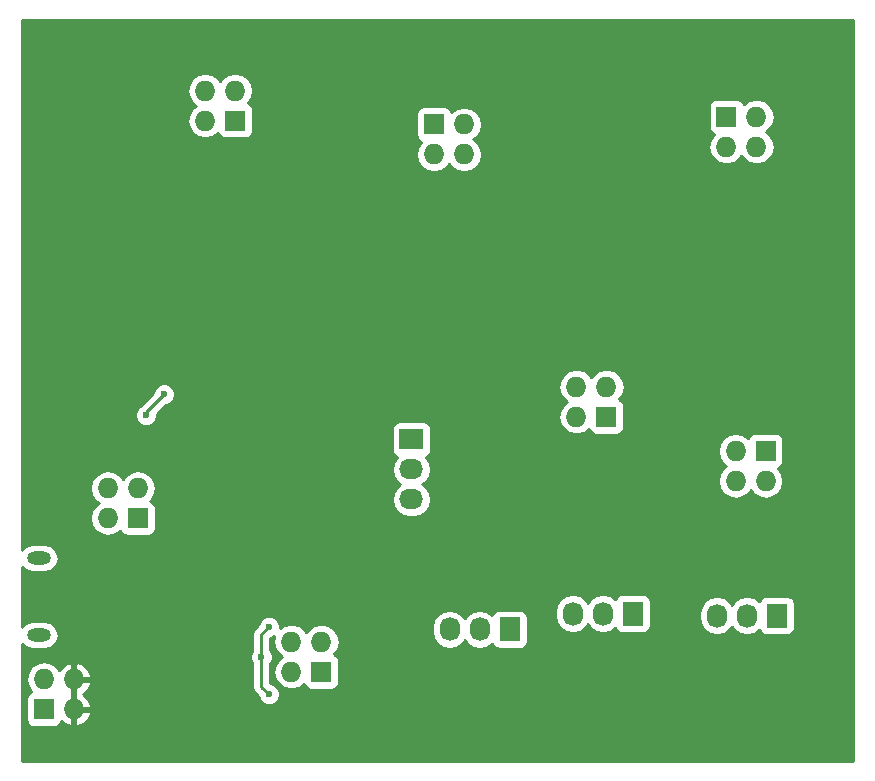
<source format=gbr>
G04 #@! TF.FileFunction,Copper,L2,Bot,Signal*
%FSLAX46Y46*%
G04 Gerber Fmt 4.6, Leading zero omitted, Abs format (unit mm)*
G04 Created by KiCad (PCBNEW 4.0.4-stable) date Saturday, December 10, 2016 'PMt' 12:56:01 PM*
%MOMM*%
%LPD*%
G01*
G04 APERTURE LIST*
%ADD10C,0.100000*%
%ADD11R,1.727200X2.032000*%
%ADD12O,1.727200X2.032000*%
%ADD13R,2.032000X1.727200*%
%ADD14O,2.032000X1.727200*%
%ADD15O,2.000000X1.120000*%
%ADD16R,1.727200X1.727200*%
%ADD17O,1.727200X1.727200*%
%ADD18C,0.600000*%
%ADD19C,0.250000*%
%ADD20C,0.254000*%
G04 APERTURE END LIST*
D10*
D11*
X133674663Y-131590455D03*
D12*
X131134663Y-131590455D03*
X128594663Y-131590455D03*
D11*
X145874279Y-131764207D03*
D12*
X143334279Y-131764207D03*
X140794279Y-131764207D03*
D11*
X123252231Y-132935265D03*
D12*
X120712231Y-132935265D03*
X118172231Y-132935265D03*
D13*
X114935000Y-116840000D03*
D14*
X114935000Y-119380000D03*
X114935000Y-121920000D03*
D15*
X83385000Y-126920000D03*
X83385000Y-133430000D03*
D16*
X141605000Y-89535000D03*
D17*
X144145000Y-89535000D03*
X141605000Y-92075000D03*
X144145000Y-92075000D03*
D16*
X144921541Y-117809361D03*
D17*
X144921541Y-120349361D03*
X142381541Y-117809361D03*
X142381541Y-120349361D03*
D16*
X116840000Y-90170000D03*
D17*
X119380000Y-90170000D03*
X116840000Y-92710000D03*
X119380000Y-92710000D03*
D16*
X91757500Y-123507500D03*
D17*
X89217500Y-123507500D03*
X91757500Y-120967500D03*
X89217500Y-120967500D03*
D16*
X107315000Y-136525000D03*
D17*
X104775000Y-136525000D03*
X107315000Y-133985000D03*
X104775000Y-133985000D03*
D16*
X131445000Y-114935000D03*
D17*
X128905000Y-114935000D03*
X131445000Y-112395000D03*
X128905000Y-112395000D03*
D16*
X100012500Y-89852500D03*
D17*
X97472500Y-89852500D03*
X100012500Y-87312500D03*
X97472500Y-87312500D03*
D16*
X83820000Y-139700000D03*
D17*
X83820000Y-137160000D03*
X86360000Y-139700000D03*
X86360000Y-137160000D03*
D18*
X90678000Y-136373000D03*
X86360000Y-116078000D03*
X102616000Y-116840000D03*
X130810000Y-118110000D03*
X122555000Y-118745000D03*
X146826541Y-107014361D03*
X105410000Y-119380000D03*
X147320000Y-97790000D03*
X142875000Y-99695000D03*
X114300000Y-102350000D03*
X121982231Y-142460265D03*
X88265000Y-132715000D03*
X90170000Y-132715000D03*
X92710000Y-103505000D03*
X92075000Y-100330000D03*
X92456000Y-114808000D03*
X93980000Y-113030000D03*
X102870000Y-138430000D03*
X102870000Y-132715000D03*
X102235000Y-135255000D03*
D19*
X92456000Y-114554000D02*
X92456000Y-114808000D01*
X93980000Y-113030000D02*
X92456000Y-114554000D01*
X102235000Y-135255000D02*
X102235000Y-137795000D01*
X102235000Y-137795000D02*
X102870000Y-138430000D01*
X102235000Y-133350000D02*
X102870000Y-132715000D01*
X102235000Y-135255000D02*
X102235000Y-133350000D01*
D20*
G36*
X152325000Y-144070000D02*
X81990000Y-144070000D01*
X81990000Y-138836400D01*
X82308960Y-138836400D01*
X82308960Y-140563600D01*
X82353238Y-140798917D01*
X82492310Y-141015041D01*
X82704510Y-141160031D01*
X82956400Y-141211040D01*
X84683600Y-141211040D01*
X84918917Y-141166762D01*
X85135041Y-141027690D01*
X85280031Y-140815490D01*
X85299039Y-140721625D01*
X85585053Y-140982688D01*
X86000974Y-141154958D01*
X86233000Y-141033817D01*
X86233000Y-139827000D01*
X86487000Y-139827000D01*
X86487000Y-141033817D01*
X86719026Y-141154958D01*
X87134947Y-140982688D01*
X87566821Y-140588490D01*
X87814968Y-140059027D01*
X87694469Y-139827000D01*
X86487000Y-139827000D01*
X86233000Y-139827000D01*
X86213000Y-139827000D01*
X86213000Y-139573000D01*
X86233000Y-139573000D01*
X86233000Y-137287000D01*
X86487000Y-137287000D01*
X86487000Y-139573000D01*
X87694469Y-139573000D01*
X87814968Y-139340973D01*
X87566821Y-138811510D01*
X87148848Y-138430000D01*
X87566821Y-138048490D01*
X87814968Y-137519027D01*
X87694469Y-137287000D01*
X86487000Y-137287000D01*
X86233000Y-137287000D01*
X86213000Y-137287000D01*
X86213000Y-137033000D01*
X86233000Y-137033000D01*
X86233000Y-135826183D01*
X86487000Y-135826183D01*
X86487000Y-137033000D01*
X87694469Y-137033000D01*
X87814968Y-136800973D01*
X87566821Y-136271510D01*
X87134947Y-135877312D01*
X86719026Y-135705042D01*
X86487000Y-135826183D01*
X86233000Y-135826183D01*
X86000974Y-135705042D01*
X85585053Y-135877312D01*
X85153179Y-136271510D01*
X85095664Y-136394228D01*
X84879670Y-136070971D01*
X84393489Y-135746115D01*
X83820000Y-135632041D01*
X83246511Y-135746115D01*
X82760330Y-136070971D01*
X82435474Y-136557152D01*
X82321400Y-137130641D01*
X82321400Y-137189359D01*
X82435474Y-137762848D01*
X82746574Y-138228442D01*
X82721083Y-138233238D01*
X82504959Y-138372310D01*
X82359969Y-138584510D01*
X82308960Y-138836400D01*
X81990000Y-138836400D01*
X81990000Y-135440167D01*
X101299838Y-135440167D01*
X101441883Y-135783943D01*
X101475000Y-135817118D01*
X101475000Y-137795000D01*
X101532852Y-138085839D01*
X101697599Y-138332401D01*
X101934878Y-138569680D01*
X101934838Y-138615167D01*
X102076883Y-138958943D01*
X102339673Y-139222192D01*
X102683201Y-139364838D01*
X103055167Y-139365162D01*
X103398943Y-139223117D01*
X103662192Y-138960327D01*
X103804838Y-138616799D01*
X103805162Y-138244833D01*
X103663117Y-137901057D01*
X103400327Y-137637808D01*
X103056799Y-137495162D01*
X103009923Y-137495121D01*
X102995000Y-137480198D01*
X102995000Y-135817463D01*
X103027192Y-135785327D01*
X103169838Y-135441799D01*
X103170162Y-135069833D01*
X103028117Y-134726057D01*
X102995000Y-134692882D01*
X102995000Y-133664802D01*
X103009680Y-133650122D01*
X103055167Y-133650162D01*
X103336791Y-133533798D01*
X103247041Y-133985000D01*
X103361115Y-134558489D01*
X103685971Y-135044670D01*
X104000752Y-135255000D01*
X103685971Y-135465330D01*
X103361115Y-135951511D01*
X103247041Y-136525000D01*
X103361115Y-137098489D01*
X103685971Y-137584670D01*
X104172152Y-137909526D01*
X104745641Y-138023600D01*
X104804359Y-138023600D01*
X105377848Y-137909526D01*
X105843442Y-137598426D01*
X105848238Y-137623917D01*
X105987310Y-137840041D01*
X106199510Y-137985031D01*
X106451400Y-138036040D01*
X108178600Y-138036040D01*
X108413917Y-137991762D01*
X108630041Y-137852690D01*
X108775031Y-137640490D01*
X108826040Y-137388600D01*
X108826040Y-135661400D01*
X108781762Y-135426083D01*
X108642690Y-135209959D01*
X108430490Y-135064969D01*
X108386869Y-135056136D01*
X108404029Y-135044670D01*
X108728885Y-134558489D01*
X108842959Y-133985000D01*
X108728885Y-133411511D01*
X108404029Y-132925330D01*
X108142408Y-132750520D01*
X116673631Y-132750520D01*
X116673631Y-133120010D01*
X116787705Y-133693499D01*
X117112561Y-134179680D01*
X117598742Y-134504536D01*
X118172231Y-134618610D01*
X118745720Y-134504536D01*
X119231901Y-134179680D01*
X119442231Y-133864899D01*
X119652561Y-134179680D01*
X120138742Y-134504536D01*
X120712231Y-134618610D01*
X121285720Y-134504536D01*
X121771901Y-134179680D01*
X121781474Y-134165352D01*
X121785469Y-134186582D01*
X121924541Y-134402706D01*
X122136741Y-134547696D01*
X122388631Y-134598705D01*
X124115831Y-134598705D01*
X124351148Y-134554427D01*
X124567272Y-134415355D01*
X124712262Y-134203155D01*
X124763271Y-133951265D01*
X124763271Y-131919265D01*
X124718993Y-131683948D01*
X124579921Y-131467824D01*
X124489015Y-131405710D01*
X127096063Y-131405710D01*
X127096063Y-131775200D01*
X127210137Y-132348689D01*
X127534993Y-132834870D01*
X128021174Y-133159726D01*
X128594663Y-133273800D01*
X129168152Y-133159726D01*
X129654333Y-132834870D01*
X129864663Y-132520089D01*
X130074993Y-132834870D01*
X130561174Y-133159726D01*
X131134663Y-133273800D01*
X131708152Y-133159726D01*
X132194333Y-132834870D01*
X132203906Y-132820542D01*
X132207901Y-132841772D01*
X132346973Y-133057896D01*
X132559173Y-133202886D01*
X132811063Y-133253895D01*
X134538263Y-133253895D01*
X134773580Y-133209617D01*
X134989704Y-133070545D01*
X135134694Y-132858345D01*
X135185703Y-132606455D01*
X135185703Y-131579462D01*
X139295679Y-131579462D01*
X139295679Y-131948952D01*
X139409753Y-132522441D01*
X139734609Y-133008622D01*
X140220790Y-133333478D01*
X140794279Y-133447552D01*
X141367768Y-133333478D01*
X141853949Y-133008622D01*
X142064279Y-132693841D01*
X142274609Y-133008622D01*
X142760790Y-133333478D01*
X143334279Y-133447552D01*
X143907768Y-133333478D01*
X144393949Y-133008622D01*
X144403522Y-132994294D01*
X144407517Y-133015524D01*
X144546589Y-133231648D01*
X144758789Y-133376638D01*
X145010679Y-133427647D01*
X146737879Y-133427647D01*
X146973196Y-133383369D01*
X147189320Y-133244297D01*
X147334310Y-133032097D01*
X147385319Y-132780207D01*
X147385319Y-130748207D01*
X147341041Y-130512890D01*
X147201969Y-130296766D01*
X146989769Y-130151776D01*
X146737879Y-130100767D01*
X145010679Y-130100767D01*
X144775362Y-130145045D01*
X144559238Y-130284117D01*
X144414248Y-130496317D01*
X144405879Y-130537646D01*
X144393949Y-130519792D01*
X143907768Y-130194936D01*
X143334279Y-130080862D01*
X142760790Y-130194936D01*
X142274609Y-130519792D01*
X142064279Y-130834573D01*
X141853949Y-130519792D01*
X141367768Y-130194936D01*
X140794279Y-130080862D01*
X140220790Y-130194936D01*
X139734609Y-130519792D01*
X139409753Y-131005973D01*
X139295679Y-131579462D01*
X135185703Y-131579462D01*
X135185703Y-130574455D01*
X135141425Y-130339138D01*
X135002353Y-130123014D01*
X134790153Y-129978024D01*
X134538263Y-129927015D01*
X132811063Y-129927015D01*
X132575746Y-129971293D01*
X132359622Y-130110365D01*
X132214632Y-130322565D01*
X132206263Y-130363894D01*
X132194333Y-130346040D01*
X131708152Y-130021184D01*
X131134663Y-129907110D01*
X130561174Y-130021184D01*
X130074993Y-130346040D01*
X129864663Y-130660821D01*
X129654333Y-130346040D01*
X129168152Y-130021184D01*
X128594663Y-129907110D01*
X128021174Y-130021184D01*
X127534993Y-130346040D01*
X127210137Y-130832221D01*
X127096063Y-131405710D01*
X124489015Y-131405710D01*
X124367721Y-131322834D01*
X124115831Y-131271825D01*
X122388631Y-131271825D01*
X122153314Y-131316103D01*
X121937190Y-131455175D01*
X121792200Y-131667375D01*
X121783831Y-131708704D01*
X121771901Y-131690850D01*
X121285720Y-131365994D01*
X120712231Y-131251920D01*
X120138742Y-131365994D01*
X119652561Y-131690850D01*
X119442231Y-132005631D01*
X119231901Y-131690850D01*
X118745720Y-131365994D01*
X118172231Y-131251920D01*
X117598742Y-131365994D01*
X117112561Y-131690850D01*
X116787705Y-132177031D01*
X116673631Y-132750520D01*
X108142408Y-132750520D01*
X107917848Y-132600474D01*
X107344359Y-132486400D01*
X107285641Y-132486400D01*
X106712152Y-132600474D01*
X106225971Y-132925330D01*
X106045000Y-133196172D01*
X105864029Y-132925330D01*
X105377848Y-132600474D01*
X104804359Y-132486400D01*
X104745641Y-132486400D01*
X104172152Y-132600474D01*
X103804887Y-132845873D01*
X103805162Y-132529833D01*
X103663117Y-132186057D01*
X103400327Y-131922808D01*
X103056799Y-131780162D01*
X102684833Y-131779838D01*
X102341057Y-131921883D01*
X102077808Y-132184673D01*
X101935162Y-132528201D01*
X101935121Y-132575077D01*
X101697599Y-132812599D01*
X101532852Y-133059161D01*
X101475000Y-133350000D01*
X101475000Y-134692537D01*
X101442808Y-134724673D01*
X101300162Y-135068201D01*
X101299838Y-135440167D01*
X81990000Y-135440167D01*
X81990000Y-134158295D01*
X82067975Y-134274993D01*
X82455661Y-134534036D01*
X82912968Y-134625000D01*
X83857032Y-134625000D01*
X84314339Y-134534036D01*
X84702025Y-134274993D01*
X84961068Y-133887307D01*
X85052032Y-133430000D01*
X84961068Y-132972693D01*
X84702025Y-132585007D01*
X84314339Y-132325964D01*
X83857032Y-132235000D01*
X82912968Y-132235000D01*
X82455661Y-132325964D01*
X82067975Y-132585007D01*
X81990000Y-132701705D01*
X81990000Y-127648295D01*
X82067975Y-127764993D01*
X82455661Y-128024036D01*
X82912968Y-128115000D01*
X83857032Y-128115000D01*
X84314339Y-128024036D01*
X84702025Y-127764993D01*
X84961068Y-127377307D01*
X85052032Y-126920000D01*
X84961068Y-126462693D01*
X84702025Y-126075007D01*
X84314339Y-125815964D01*
X83857032Y-125725000D01*
X82912968Y-125725000D01*
X82455661Y-125815964D01*
X82067975Y-126075007D01*
X81990000Y-126191705D01*
X81990000Y-120967500D01*
X87689541Y-120967500D01*
X87803615Y-121540989D01*
X88128471Y-122027170D01*
X88443252Y-122237500D01*
X88128471Y-122447830D01*
X87803615Y-122934011D01*
X87689541Y-123507500D01*
X87803615Y-124080989D01*
X88128471Y-124567170D01*
X88614652Y-124892026D01*
X89188141Y-125006100D01*
X89246859Y-125006100D01*
X89820348Y-124892026D01*
X90285942Y-124580926D01*
X90290738Y-124606417D01*
X90429810Y-124822541D01*
X90642010Y-124967531D01*
X90893900Y-125018540D01*
X92621100Y-125018540D01*
X92856417Y-124974262D01*
X93072541Y-124835190D01*
X93217531Y-124622990D01*
X93268540Y-124371100D01*
X93268540Y-122643900D01*
X93224262Y-122408583D01*
X93085190Y-122192459D01*
X92872990Y-122047469D01*
X92829369Y-122038636D01*
X92846529Y-122027170D01*
X93171385Y-121540989D01*
X93285459Y-120967500D01*
X93171385Y-120394011D01*
X92846529Y-119907830D01*
X92360348Y-119582974D01*
X91786859Y-119468900D01*
X91728141Y-119468900D01*
X91154652Y-119582974D01*
X90668471Y-119907830D01*
X90487500Y-120178672D01*
X90306529Y-119907830D01*
X89820348Y-119582974D01*
X89246859Y-119468900D01*
X89188141Y-119468900D01*
X88614652Y-119582974D01*
X88128471Y-119907830D01*
X87803615Y-120394011D01*
X87689541Y-120967500D01*
X81990000Y-120967500D01*
X81990000Y-119380000D01*
X113251655Y-119380000D01*
X113365729Y-119953489D01*
X113690585Y-120439670D01*
X114005366Y-120650000D01*
X113690585Y-120860330D01*
X113365729Y-121346511D01*
X113251655Y-121920000D01*
X113365729Y-122493489D01*
X113690585Y-122979670D01*
X114176766Y-123304526D01*
X114750255Y-123418600D01*
X115119745Y-123418600D01*
X115693234Y-123304526D01*
X116179415Y-122979670D01*
X116504271Y-122493489D01*
X116618345Y-121920000D01*
X116504271Y-121346511D01*
X116179415Y-120860330D01*
X115864634Y-120650000D01*
X116179415Y-120439670D01*
X116504271Y-119953489D01*
X116618345Y-119380000D01*
X116504271Y-118806511D01*
X116179415Y-118320330D01*
X116165087Y-118310757D01*
X116186317Y-118306762D01*
X116402441Y-118167690D01*
X116547431Y-117955490D01*
X116582968Y-117780002D01*
X140882941Y-117780002D01*
X140882941Y-117838720D01*
X140997015Y-118412209D01*
X141321871Y-118898390D01*
X141592713Y-119079361D01*
X141321871Y-119260332D01*
X140997015Y-119746513D01*
X140882941Y-120320002D01*
X140882941Y-120378720D01*
X140997015Y-120952209D01*
X141321871Y-121438390D01*
X141808052Y-121763246D01*
X142381541Y-121877320D01*
X142955030Y-121763246D01*
X143441211Y-121438390D01*
X143651541Y-121123609D01*
X143861871Y-121438390D01*
X144348052Y-121763246D01*
X144921541Y-121877320D01*
X145495030Y-121763246D01*
X145981211Y-121438390D01*
X146306067Y-120952209D01*
X146420141Y-120378720D01*
X146420141Y-120320002D01*
X146306067Y-119746513D01*
X145994967Y-119280919D01*
X146020458Y-119276123D01*
X146236582Y-119137051D01*
X146381572Y-118924851D01*
X146432581Y-118672961D01*
X146432581Y-116945761D01*
X146388303Y-116710444D01*
X146249231Y-116494320D01*
X146037031Y-116349330D01*
X145785141Y-116298321D01*
X144057941Y-116298321D01*
X143822624Y-116342599D01*
X143606500Y-116481671D01*
X143461510Y-116693871D01*
X143452677Y-116737492D01*
X143441211Y-116720332D01*
X142955030Y-116395476D01*
X142381541Y-116281402D01*
X141808052Y-116395476D01*
X141321871Y-116720332D01*
X140997015Y-117206513D01*
X140882941Y-117780002D01*
X116582968Y-117780002D01*
X116598440Y-117703600D01*
X116598440Y-115976400D01*
X116554162Y-115741083D01*
X116415090Y-115524959D01*
X116202890Y-115379969D01*
X115951000Y-115328960D01*
X113919000Y-115328960D01*
X113683683Y-115373238D01*
X113467559Y-115512310D01*
X113322569Y-115724510D01*
X113271560Y-115976400D01*
X113271560Y-117703600D01*
X113315838Y-117938917D01*
X113454910Y-118155041D01*
X113667110Y-118300031D01*
X113708439Y-118308400D01*
X113690585Y-118320330D01*
X113365729Y-118806511D01*
X113251655Y-119380000D01*
X81990000Y-119380000D01*
X81990000Y-114993167D01*
X91520838Y-114993167D01*
X91662883Y-115336943D01*
X91925673Y-115600192D01*
X92269201Y-115742838D01*
X92641167Y-115743162D01*
X92984943Y-115601117D01*
X93248192Y-115338327D01*
X93390838Y-114994799D01*
X93391100Y-114693702D01*
X94119680Y-113965122D01*
X94165167Y-113965162D01*
X94508943Y-113823117D01*
X94772192Y-113560327D01*
X94914838Y-113216799D01*
X94915162Y-112844833D01*
X94773117Y-112501057D01*
X94667245Y-112395000D01*
X127377041Y-112395000D01*
X127491115Y-112968489D01*
X127815971Y-113454670D01*
X128130752Y-113665000D01*
X127815971Y-113875330D01*
X127491115Y-114361511D01*
X127377041Y-114935000D01*
X127491115Y-115508489D01*
X127815971Y-115994670D01*
X128302152Y-116319526D01*
X128875641Y-116433600D01*
X128934359Y-116433600D01*
X129507848Y-116319526D01*
X129973442Y-116008426D01*
X129978238Y-116033917D01*
X130117310Y-116250041D01*
X130329510Y-116395031D01*
X130581400Y-116446040D01*
X132308600Y-116446040D01*
X132543917Y-116401762D01*
X132760041Y-116262690D01*
X132905031Y-116050490D01*
X132956040Y-115798600D01*
X132956040Y-114071400D01*
X132911762Y-113836083D01*
X132772690Y-113619959D01*
X132560490Y-113474969D01*
X132516869Y-113466136D01*
X132534029Y-113454670D01*
X132858885Y-112968489D01*
X132972959Y-112395000D01*
X132858885Y-111821511D01*
X132534029Y-111335330D01*
X132047848Y-111010474D01*
X131474359Y-110896400D01*
X131415641Y-110896400D01*
X130842152Y-111010474D01*
X130355971Y-111335330D01*
X130175000Y-111606172D01*
X129994029Y-111335330D01*
X129507848Y-111010474D01*
X128934359Y-110896400D01*
X128875641Y-110896400D01*
X128302152Y-111010474D01*
X127815971Y-111335330D01*
X127491115Y-111821511D01*
X127377041Y-112395000D01*
X94667245Y-112395000D01*
X94510327Y-112237808D01*
X94166799Y-112095162D01*
X93794833Y-112094838D01*
X93451057Y-112236883D01*
X93187808Y-112499673D01*
X93045162Y-112843201D01*
X93045121Y-112890077D01*
X91918599Y-114016599D01*
X91905100Y-114036802D01*
X91663808Y-114277673D01*
X91521162Y-114621201D01*
X91520838Y-114993167D01*
X81990000Y-114993167D01*
X81990000Y-92710000D01*
X115312041Y-92710000D01*
X115426115Y-93283489D01*
X115750971Y-93769670D01*
X116237152Y-94094526D01*
X116810641Y-94208600D01*
X116869359Y-94208600D01*
X117442848Y-94094526D01*
X117929029Y-93769670D01*
X118110000Y-93498828D01*
X118290971Y-93769670D01*
X118777152Y-94094526D01*
X119350641Y-94208600D01*
X119409359Y-94208600D01*
X119982848Y-94094526D01*
X120469029Y-93769670D01*
X120793885Y-93283489D01*
X120907959Y-92710000D01*
X120793885Y-92136511D01*
X120752785Y-92075000D01*
X140077041Y-92075000D01*
X140191115Y-92648489D01*
X140515971Y-93134670D01*
X141002152Y-93459526D01*
X141575641Y-93573600D01*
X141634359Y-93573600D01*
X142207848Y-93459526D01*
X142694029Y-93134670D01*
X142875000Y-92863828D01*
X143055971Y-93134670D01*
X143542152Y-93459526D01*
X144115641Y-93573600D01*
X144174359Y-93573600D01*
X144747848Y-93459526D01*
X145234029Y-93134670D01*
X145558885Y-92648489D01*
X145672959Y-92075000D01*
X145558885Y-91501511D01*
X145234029Y-91015330D01*
X144919248Y-90805000D01*
X145234029Y-90594670D01*
X145558885Y-90108489D01*
X145672959Y-89535000D01*
X145558885Y-88961511D01*
X145234029Y-88475330D01*
X144747848Y-88150474D01*
X144174359Y-88036400D01*
X144115641Y-88036400D01*
X143542152Y-88150474D01*
X143076558Y-88461574D01*
X143071762Y-88436083D01*
X142932690Y-88219959D01*
X142720490Y-88074969D01*
X142468600Y-88023960D01*
X140741400Y-88023960D01*
X140506083Y-88068238D01*
X140289959Y-88207310D01*
X140144969Y-88419510D01*
X140093960Y-88671400D01*
X140093960Y-90398600D01*
X140138238Y-90633917D01*
X140277310Y-90850041D01*
X140489510Y-90995031D01*
X140533131Y-91003864D01*
X140515971Y-91015330D01*
X140191115Y-91501511D01*
X140077041Y-92075000D01*
X120752785Y-92075000D01*
X120469029Y-91650330D01*
X120154248Y-91440000D01*
X120469029Y-91229670D01*
X120793885Y-90743489D01*
X120907959Y-90170000D01*
X120793885Y-89596511D01*
X120469029Y-89110330D01*
X119982848Y-88785474D01*
X119409359Y-88671400D01*
X119350641Y-88671400D01*
X118777152Y-88785474D01*
X118311558Y-89096574D01*
X118306762Y-89071083D01*
X118167690Y-88854959D01*
X117955490Y-88709969D01*
X117703600Y-88658960D01*
X115976400Y-88658960D01*
X115741083Y-88703238D01*
X115524959Y-88842310D01*
X115379969Y-89054510D01*
X115328960Y-89306400D01*
X115328960Y-91033600D01*
X115373238Y-91268917D01*
X115512310Y-91485041D01*
X115724510Y-91630031D01*
X115768131Y-91638864D01*
X115750971Y-91650330D01*
X115426115Y-92136511D01*
X115312041Y-92710000D01*
X81990000Y-92710000D01*
X81990000Y-87312500D01*
X95944541Y-87312500D01*
X96058615Y-87885989D01*
X96383471Y-88372170D01*
X96698252Y-88582500D01*
X96383471Y-88792830D01*
X96058615Y-89279011D01*
X95944541Y-89852500D01*
X96058615Y-90425989D01*
X96383471Y-90912170D01*
X96869652Y-91237026D01*
X97443141Y-91351100D01*
X97501859Y-91351100D01*
X98075348Y-91237026D01*
X98540942Y-90925926D01*
X98545738Y-90951417D01*
X98684810Y-91167541D01*
X98897010Y-91312531D01*
X99148900Y-91363540D01*
X100876100Y-91363540D01*
X101111417Y-91319262D01*
X101327541Y-91180190D01*
X101472531Y-90967990D01*
X101523540Y-90716100D01*
X101523540Y-88988900D01*
X101479262Y-88753583D01*
X101340190Y-88537459D01*
X101127990Y-88392469D01*
X101084369Y-88383636D01*
X101101529Y-88372170D01*
X101426385Y-87885989D01*
X101540459Y-87312500D01*
X101426385Y-86739011D01*
X101101529Y-86252830D01*
X100615348Y-85927974D01*
X100041859Y-85813900D01*
X99983141Y-85813900D01*
X99409652Y-85927974D01*
X98923471Y-86252830D01*
X98742500Y-86523672D01*
X98561529Y-86252830D01*
X98075348Y-85927974D01*
X97501859Y-85813900D01*
X97443141Y-85813900D01*
X96869652Y-85927974D01*
X96383471Y-86252830D01*
X96058615Y-86739011D01*
X95944541Y-87312500D01*
X81990000Y-87312500D01*
X81990000Y-81355000D01*
X152325000Y-81355000D01*
X152325000Y-144070000D01*
X152325000Y-144070000D01*
G37*
X152325000Y-144070000D02*
X81990000Y-144070000D01*
X81990000Y-138836400D01*
X82308960Y-138836400D01*
X82308960Y-140563600D01*
X82353238Y-140798917D01*
X82492310Y-141015041D01*
X82704510Y-141160031D01*
X82956400Y-141211040D01*
X84683600Y-141211040D01*
X84918917Y-141166762D01*
X85135041Y-141027690D01*
X85280031Y-140815490D01*
X85299039Y-140721625D01*
X85585053Y-140982688D01*
X86000974Y-141154958D01*
X86233000Y-141033817D01*
X86233000Y-139827000D01*
X86487000Y-139827000D01*
X86487000Y-141033817D01*
X86719026Y-141154958D01*
X87134947Y-140982688D01*
X87566821Y-140588490D01*
X87814968Y-140059027D01*
X87694469Y-139827000D01*
X86487000Y-139827000D01*
X86233000Y-139827000D01*
X86213000Y-139827000D01*
X86213000Y-139573000D01*
X86233000Y-139573000D01*
X86233000Y-137287000D01*
X86487000Y-137287000D01*
X86487000Y-139573000D01*
X87694469Y-139573000D01*
X87814968Y-139340973D01*
X87566821Y-138811510D01*
X87148848Y-138430000D01*
X87566821Y-138048490D01*
X87814968Y-137519027D01*
X87694469Y-137287000D01*
X86487000Y-137287000D01*
X86233000Y-137287000D01*
X86213000Y-137287000D01*
X86213000Y-137033000D01*
X86233000Y-137033000D01*
X86233000Y-135826183D01*
X86487000Y-135826183D01*
X86487000Y-137033000D01*
X87694469Y-137033000D01*
X87814968Y-136800973D01*
X87566821Y-136271510D01*
X87134947Y-135877312D01*
X86719026Y-135705042D01*
X86487000Y-135826183D01*
X86233000Y-135826183D01*
X86000974Y-135705042D01*
X85585053Y-135877312D01*
X85153179Y-136271510D01*
X85095664Y-136394228D01*
X84879670Y-136070971D01*
X84393489Y-135746115D01*
X83820000Y-135632041D01*
X83246511Y-135746115D01*
X82760330Y-136070971D01*
X82435474Y-136557152D01*
X82321400Y-137130641D01*
X82321400Y-137189359D01*
X82435474Y-137762848D01*
X82746574Y-138228442D01*
X82721083Y-138233238D01*
X82504959Y-138372310D01*
X82359969Y-138584510D01*
X82308960Y-138836400D01*
X81990000Y-138836400D01*
X81990000Y-135440167D01*
X101299838Y-135440167D01*
X101441883Y-135783943D01*
X101475000Y-135817118D01*
X101475000Y-137795000D01*
X101532852Y-138085839D01*
X101697599Y-138332401D01*
X101934878Y-138569680D01*
X101934838Y-138615167D01*
X102076883Y-138958943D01*
X102339673Y-139222192D01*
X102683201Y-139364838D01*
X103055167Y-139365162D01*
X103398943Y-139223117D01*
X103662192Y-138960327D01*
X103804838Y-138616799D01*
X103805162Y-138244833D01*
X103663117Y-137901057D01*
X103400327Y-137637808D01*
X103056799Y-137495162D01*
X103009923Y-137495121D01*
X102995000Y-137480198D01*
X102995000Y-135817463D01*
X103027192Y-135785327D01*
X103169838Y-135441799D01*
X103170162Y-135069833D01*
X103028117Y-134726057D01*
X102995000Y-134692882D01*
X102995000Y-133664802D01*
X103009680Y-133650122D01*
X103055167Y-133650162D01*
X103336791Y-133533798D01*
X103247041Y-133985000D01*
X103361115Y-134558489D01*
X103685971Y-135044670D01*
X104000752Y-135255000D01*
X103685971Y-135465330D01*
X103361115Y-135951511D01*
X103247041Y-136525000D01*
X103361115Y-137098489D01*
X103685971Y-137584670D01*
X104172152Y-137909526D01*
X104745641Y-138023600D01*
X104804359Y-138023600D01*
X105377848Y-137909526D01*
X105843442Y-137598426D01*
X105848238Y-137623917D01*
X105987310Y-137840041D01*
X106199510Y-137985031D01*
X106451400Y-138036040D01*
X108178600Y-138036040D01*
X108413917Y-137991762D01*
X108630041Y-137852690D01*
X108775031Y-137640490D01*
X108826040Y-137388600D01*
X108826040Y-135661400D01*
X108781762Y-135426083D01*
X108642690Y-135209959D01*
X108430490Y-135064969D01*
X108386869Y-135056136D01*
X108404029Y-135044670D01*
X108728885Y-134558489D01*
X108842959Y-133985000D01*
X108728885Y-133411511D01*
X108404029Y-132925330D01*
X108142408Y-132750520D01*
X116673631Y-132750520D01*
X116673631Y-133120010D01*
X116787705Y-133693499D01*
X117112561Y-134179680D01*
X117598742Y-134504536D01*
X118172231Y-134618610D01*
X118745720Y-134504536D01*
X119231901Y-134179680D01*
X119442231Y-133864899D01*
X119652561Y-134179680D01*
X120138742Y-134504536D01*
X120712231Y-134618610D01*
X121285720Y-134504536D01*
X121771901Y-134179680D01*
X121781474Y-134165352D01*
X121785469Y-134186582D01*
X121924541Y-134402706D01*
X122136741Y-134547696D01*
X122388631Y-134598705D01*
X124115831Y-134598705D01*
X124351148Y-134554427D01*
X124567272Y-134415355D01*
X124712262Y-134203155D01*
X124763271Y-133951265D01*
X124763271Y-131919265D01*
X124718993Y-131683948D01*
X124579921Y-131467824D01*
X124489015Y-131405710D01*
X127096063Y-131405710D01*
X127096063Y-131775200D01*
X127210137Y-132348689D01*
X127534993Y-132834870D01*
X128021174Y-133159726D01*
X128594663Y-133273800D01*
X129168152Y-133159726D01*
X129654333Y-132834870D01*
X129864663Y-132520089D01*
X130074993Y-132834870D01*
X130561174Y-133159726D01*
X131134663Y-133273800D01*
X131708152Y-133159726D01*
X132194333Y-132834870D01*
X132203906Y-132820542D01*
X132207901Y-132841772D01*
X132346973Y-133057896D01*
X132559173Y-133202886D01*
X132811063Y-133253895D01*
X134538263Y-133253895D01*
X134773580Y-133209617D01*
X134989704Y-133070545D01*
X135134694Y-132858345D01*
X135185703Y-132606455D01*
X135185703Y-131579462D01*
X139295679Y-131579462D01*
X139295679Y-131948952D01*
X139409753Y-132522441D01*
X139734609Y-133008622D01*
X140220790Y-133333478D01*
X140794279Y-133447552D01*
X141367768Y-133333478D01*
X141853949Y-133008622D01*
X142064279Y-132693841D01*
X142274609Y-133008622D01*
X142760790Y-133333478D01*
X143334279Y-133447552D01*
X143907768Y-133333478D01*
X144393949Y-133008622D01*
X144403522Y-132994294D01*
X144407517Y-133015524D01*
X144546589Y-133231648D01*
X144758789Y-133376638D01*
X145010679Y-133427647D01*
X146737879Y-133427647D01*
X146973196Y-133383369D01*
X147189320Y-133244297D01*
X147334310Y-133032097D01*
X147385319Y-132780207D01*
X147385319Y-130748207D01*
X147341041Y-130512890D01*
X147201969Y-130296766D01*
X146989769Y-130151776D01*
X146737879Y-130100767D01*
X145010679Y-130100767D01*
X144775362Y-130145045D01*
X144559238Y-130284117D01*
X144414248Y-130496317D01*
X144405879Y-130537646D01*
X144393949Y-130519792D01*
X143907768Y-130194936D01*
X143334279Y-130080862D01*
X142760790Y-130194936D01*
X142274609Y-130519792D01*
X142064279Y-130834573D01*
X141853949Y-130519792D01*
X141367768Y-130194936D01*
X140794279Y-130080862D01*
X140220790Y-130194936D01*
X139734609Y-130519792D01*
X139409753Y-131005973D01*
X139295679Y-131579462D01*
X135185703Y-131579462D01*
X135185703Y-130574455D01*
X135141425Y-130339138D01*
X135002353Y-130123014D01*
X134790153Y-129978024D01*
X134538263Y-129927015D01*
X132811063Y-129927015D01*
X132575746Y-129971293D01*
X132359622Y-130110365D01*
X132214632Y-130322565D01*
X132206263Y-130363894D01*
X132194333Y-130346040D01*
X131708152Y-130021184D01*
X131134663Y-129907110D01*
X130561174Y-130021184D01*
X130074993Y-130346040D01*
X129864663Y-130660821D01*
X129654333Y-130346040D01*
X129168152Y-130021184D01*
X128594663Y-129907110D01*
X128021174Y-130021184D01*
X127534993Y-130346040D01*
X127210137Y-130832221D01*
X127096063Y-131405710D01*
X124489015Y-131405710D01*
X124367721Y-131322834D01*
X124115831Y-131271825D01*
X122388631Y-131271825D01*
X122153314Y-131316103D01*
X121937190Y-131455175D01*
X121792200Y-131667375D01*
X121783831Y-131708704D01*
X121771901Y-131690850D01*
X121285720Y-131365994D01*
X120712231Y-131251920D01*
X120138742Y-131365994D01*
X119652561Y-131690850D01*
X119442231Y-132005631D01*
X119231901Y-131690850D01*
X118745720Y-131365994D01*
X118172231Y-131251920D01*
X117598742Y-131365994D01*
X117112561Y-131690850D01*
X116787705Y-132177031D01*
X116673631Y-132750520D01*
X108142408Y-132750520D01*
X107917848Y-132600474D01*
X107344359Y-132486400D01*
X107285641Y-132486400D01*
X106712152Y-132600474D01*
X106225971Y-132925330D01*
X106045000Y-133196172D01*
X105864029Y-132925330D01*
X105377848Y-132600474D01*
X104804359Y-132486400D01*
X104745641Y-132486400D01*
X104172152Y-132600474D01*
X103804887Y-132845873D01*
X103805162Y-132529833D01*
X103663117Y-132186057D01*
X103400327Y-131922808D01*
X103056799Y-131780162D01*
X102684833Y-131779838D01*
X102341057Y-131921883D01*
X102077808Y-132184673D01*
X101935162Y-132528201D01*
X101935121Y-132575077D01*
X101697599Y-132812599D01*
X101532852Y-133059161D01*
X101475000Y-133350000D01*
X101475000Y-134692537D01*
X101442808Y-134724673D01*
X101300162Y-135068201D01*
X101299838Y-135440167D01*
X81990000Y-135440167D01*
X81990000Y-134158295D01*
X82067975Y-134274993D01*
X82455661Y-134534036D01*
X82912968Y-134625000D01*
X83857032Y-134625000D01*
X84314339Y-134534036D01*
X84702025Y-134274993D01*
X84961068Y-133887307D01*
X85052032Y-133430000D01*
X84961068Y-132972693D01*
X84702025Y-132585007D01*
X84314339Y-132325964D01*
X83857032Y-132235000D01*
X82912968Y-132235000D01*
X82455661Y-132325964D01*
X82067975Y-132585007D01*
X81990000Y-132701705D01*
X81990000Y-127648295D01*
X82067975Y-127764993D01*
X82455661Y-128024036D01*
X82912968Y-128115000D01*
X83857032Y-128115000D01*
X84314339Y-128024036D01*
X84702025Y-127764993D01*
X84961068Y-127377307D01*
X85052032Y-126920000D01*
X84961068Y-126462693D01*
X84702025Y-126075007D01*
X84314339Y-125815964D01*
X83857032Y-125725000D01*
X82912968Y-125725000D01*
X82455661Y-125815964D01*
X82067975Y-126075007D01*
X81990000Y-126191705D01*
X81990000Y-120967500D01*
X87689541Y-120967500D01*
X87803615Y-121540989D01*
X88128471Y-122027170D01*
X88443252Y-122237500D01*
X88128471Y-122447830D01*
X87803615Y-122934011D01*
X87689541Y-123507500D01*
X87803615Y-124080989D01*
X88128471Y-124567170D01*
X88614652Y-124892026D01*
X89188141Y-125006100D01*
X89246859Y-125006100D01*
X89820348Y-124892026D01*
X90285942Y-124580926D01*
X90290738Y-124606417D01*
X90429810Y-124822541D01*
X90642010Y-124967531D01*
X90893900Y-125018540D01*
X92621100Y-125018540D01*
X92856417Y-124974262D01*
X93072541Y-124835190D01*
X93217531Y-124622990D01*
X93268540Y-124371100D01*
X93268540Y-122643900D01*
X93224262Y-122408583D01*
X93085190Y-122192459D01*
X92872990Y-122047469D01*
X92829369Y-122038636D01*
X92846529Y-122027170D01*
X93171385Y-121540989D01*
X93285459Y-120967500D01*
X93171385Y-120394011D01*
X92846529Y-119907830D01*
X92360348Y-119582974D01*
X91786859Y-119468900D01*
X91728141Y-119468900D01*
X91154652Y-119582974D01*
X90668471Y-119907830D01*
X90487500Y-120178672D01*
X90306529Y-119907830D01*
X89820348Y-119582974D01*
X89246859Y-119468900D01*
X89188141Y-119468900D01*
X88614652Y-119582974D01*
X88128471Y-119907830D01*
X87803615Y-120394011D01*
X87689541Y-120967500D01*
X81990000Y-120967500D01*
X81990000Y-119380000D01*
X113251655Y-119380000D01*
X113365729Y-119953489D01*
X113690585Y-120439670D01*
X114005366Y-120650000D01*
X113690585Y-120860330D01*
X113365729Y-121346511D01*
X113251655Y-121920000D01*
X113365729Y-122493489D01*
X113690585Y-122979670D01*
X114176766Y-123304526D01*
X114750255Y-123418600D01*
X115119745Y-123418600D01*
X115693234Y-123304526D01*
X116179415Y-122979670D01*
X116504271Y-122493489D01*
X116618345Y-121920000D01*
X116504271Y-121346511D01*
X116179415Y-120860330D01*
X115864634Y-120650000D01*
X116179415Y-120439670D01*
X116504271Y-119953489D01*
X116618345Y-119380000D01*
X116504271Y-118806511D01*
X116179415Y-118320330D01*
X116165087Y-118310757D01*
X116186317Y-118306762D01*
X116402441Y-118167690D01*
X116547431Y-117955490D01*
X116582968Y-117780002D01*
X140882941Y-117780002D01*
X140882941Y-117838720D01*
X140997015Y-118412209D01*
X141321871Y-118898390D01*
X141592713Y-119079361D01*
X141321871Y-119260332D01*
X140997015Y-119746513D01*
X140882941Y-120320002D01*
X140882941Y-120378720D01*
X140997015Y-120952209D01*
X141321871Y-121438390D01*
X141808052Y-121763246D01*
X142381541Y-121877320D01*
X142955030Y-121763246D01*
X143441211Y-121438390D01*
X143651541Y-121123609D01*
X143861871Y-121438390D01*
X144348052Y-121763246D01*
X144921541Y-121877320D01*
X145495030Y-121763246D01*
X145981211Y-121438390D01*
X146306067Y-120952209D01*
X146420141Y-120378720D01*
X146420141Y-120320002D01*
X146306067Y-119746513D01*
X145994967Y-119280919D01*
X146020458Y-119276123D01*
X146236582Y-119137051D01*
X146381572Y-118924851D01*
X146432581Y-118672961D01*
X146432581Y-116945761D01*
X146388303Y-116710444D01*
X146249231Y-116494320D01*
X146037031Y-116349330D01*
X145785141Y-116298321D01*
X144057941Y-116298321D01*
X143822624Y-116342599D01*
X143606500Y-116481671D01*
X143461510Y-116693871D01*
X143452677Y-116737492D01*
X143441211Y-116720332D01*
X142955030Y-116395476D01*
X142381541Y-116281402D01*
X141808052Y-116395476D01*
X141321871Y-116720332D01*
X140997015Y-117206513D01*
X140882941Y-117780002D01*
X116582968Y-117780002D01*
X116598440Y-117703600D01*
X116598440Y-115976400D01*
X116554162Y-115741083D01*
X116415090Y-115524959D01*
X116202890Y-115379969D01*
X115951000Y-115328960D01*
X113919000Y-115328960D01*
X113683683Y-115373238D01*
X113467559Y-115512310D01*
X113322569Y-115724510D01*
X113271560Y-115976400D01*
X113271560Y-117703600D01*
X113315838Y-117938917D01*
X113454910Y-118155041D01*
X113667110Y-118300031D01*
X113708439Y-118308400D01*
X113690585Y-118320330D01*
X113365729Y-118806511D01*
X113251655Y-119380000D01*
X81990000Y-119380000D01*
X81990000Y-114993167D01*
X91520838Y-114993167D01*
X91662883Y-115336943D01*
X91925673Y-115600192D01*
X92269201Y-115742838D01*
X92641167Y-115743162D01*
X92984943Y-115601117D01*
X93248192Y-115338327D01*
X93390838Y-114994799D01*
X93391100Y-114693702D01*
X94119680Y-113965122D01*
X94165167Y-113965162D01*
X94508943Y-113823117D01*
X94772192Y-113560327D01*
X94914838Y-113216799D01*
X94915162Y-112844833D01*
X94773117Y-112501057D01*
X94667245Y-112395000D01*
X127377041Y-112395000D01*
X127491115Y-112968489D01*
X127815971Y-113454670D01*
X128130752Y-113665000D01*
X127815971Y-113875330D01*
X127491115Y-114361511D01*
X127377041Y-114935000D01*
X127491115Y-115508489D01*
X127815971Y-115994670D01*
X128302152Y-116319526D01*
X128875641Y-116433600D01*
X128934359Y-116433600D01*
X129507848Y-116319526D01*
X129973442Y-116008426D01*
X129978238Y-116033917D01*
X130117310Y-116250041D01*
X130329510Y-116395031D01*
X130581400Y-116446040D01*
X132308600Y-116446040D01*
X132543917Y-116401762D01*
X132760041Y-116262690D01*
X132905031Y-116050490D01*
X132956040Y-115798600D01*
X132956040Y-114071400D01*
X132911762Y-113836083D01*
X132772690Y-113619959D01*
X132560490Y-113474969D01*
X132516869Y-113466136D01*
X132534029Y-113454670D01*
X132858885Y-112968489D01*
X132972959Y-112395000D01*
X132858885Y-111821511D01*
X132534029Y-111335330D01*
X132047848Y-111010474D01*
X131474359Y-110896400D01*
X131415641Y-110896400D01*
X130842152Y-111010474D01*
X130355971Y-111335330D01*
X130175000Y-111606172D01*
X129994029Y-111335330D01*
X129507848Y-111010474D01*
X128934359Y-110896400D01*
X128875641Y-110896400D01*
X128302152Y-111010474D01*
X127815971Y-111335330D01*
X127491115Y-111821511D01*
X127377041Y-112395000D01*
X94667245Y-112395000D01*
X94510327Y-112237808D01*
X94166799Y-112095162D01*
X93794833Y-112094838D01*
X93451057Y-112236883D01*
X93187808Y-112499673D01*
X93045162Y-112843201D01*
X93045121Y-112890077D01*
X91918599Y-114016599D01*
X91905100Y-114036802D01*
X91663808Y-114277673D01*
X91521162Y-114621201D01*
X91520838Y-114993167D01*
X81990000Y-114993167D01*
X81990000Y-92710000D01*
X115312041Y-92710000D01*
X115426115Y-93283489D01*
X115750971Y-93769670D01*
X116237152Y-94094526D01*
X116810641Y-94208600D01*
X116869359Y-94208600D01*
X117442848Y-94094526D01*
X117929029Y-93769670D01*
X118110000Y-93498828D01*
X118290971Y-93769670D01*
X118777152Y-94094526D01*
X119350641Y-94208600D01*
X119409359Y-94208600D01*
X119982848Y-94094526D01*
X120469029Y-93769670D01*
X120793885Y-93283489D01*
X120907959Y-92710000D01*
X120793885Y-92136511D01*
X120752785Y-92075000D01*
X140077041Y-92075000D01*
X140191115Y-92648489D01*
X140515971Y-93134670D01*
X141002152Y-93459526D01*
X141575641Y-93573600D01*
X141634359Y-93573600D01*
X142207848Y-93459526D01*
X142694029Y-93134670D01*
X142875000Y-92863828D01*
X143055971Y-93134670D01*
X143542152Y-93459526D01*
X144115641Y-93573600D01*
X144174359Y-93573600D01*
X144747848Y-93459526D01*
X145234029Y-93134670D01*
X145558885Y-92648489D01*
X145672959Y-92075000D01*
X145558885Y-91501511D01*
X145234029Y-91015330D01*
X144919248Y-90805000D01*
X145234029Y-90594670D01*
X145558885Y-90108489D01*
X145672959Y-89535000D01*
X145558885Y-88961511D01*
X145234029Y-88475330D01*
X144747848Y-88150474D01*
X144174359Y-88036400D01*
X144115641Y-88036400D01*
X143542152Y-88150474D01*
X143076558Y-88461574D01*
X143071762Y-88436083D01*
X142932690Y-88219959D01*
X142720490Y-88074969D01*
X142468600Y-88023960D01*
X140741400Y-88023960D01*
X140506083Y-88068238D01*
X140289959Y-88207310D01*
X140144969Y-88419510D01*
X140093960Y-88671400D01*
X140093960Y-90398600D01*
X140138238Y-90633917D01*
X140277310Y-90850041D01*
X140489510Y-90995031D01*
X140533131Y-91003864D01*
X140515971Y-91015330D01*
X140191115Y-91501511D01*
X140077041Y-92075000D01*
X120752785Y-92075000D01*
X120469029Y-91650330D01*
X120154248Y-91440000D01*
X120469029Y-91229670D01*
X120793885Y-90743489D01*
X120907959Y-90170000D01*
X120793885Y-89596511D01*
X120469029Y-89110330D01*
X119982848Y-88785474D01*
X119409359Y-88671400D01*
X119350641Y-88671400D01*
X118777152Y-88785474D01*
X118311558Y-89096574D01*
X118306762Y-89071083D01*
X118167690Y-88854959D01*
X117955490Y-88709969D01*
X117703600Y-88658960D01*
X115976400Y-88658960D01*
X115741083Y-88703238D01*
X115524959Y-88842310D01*
X115379969Y-89054510D01*
X115328960Y-89306400D01*
X115328960Y-91033600D01*
X115373238Y-91268917D01*
X115512310Y-91485041D01*
X115724510Y-91630031D01*
X115768131Y-91638864D01*
X115750971Y-91650330D01*
X115426115Y-92136511D01*
X115312041Y-92710000D01*
X81990000Y-92710000D01*
X81990000Y-87312500D01*
X95944541Y-87312500D01*
X96058615Y-87885989D01*
X96383471Y-88372170D01*
X96698252Y-88582500D01*
X96383471Y-88792830D01*
X96058615Y-89279011D01*
X95944541Y-89852500D01*
X96058615Y-90425989D01*
X96383471Y-90912170D01*
X96869652Y-91237026D01*
X97443141Y-91351100D01*
X97501859Y-91351100D01*
X98075348Y-91237026D01*
X98540942Y-90925926D01*
X98545738Y-90951417D01*
X98684810Y-91167541D01*
X98897010Y-91312531D01*
X99148900Y-91363540D01*
X100876100Y-91363540D01*
X101111417Y-91319262D01*
X101327541Y-91180190D01*
X101472531Y-90967990D01*
X101523540Y-90716100D01*
X101523540Y-88988900D01*
X101479262Y-88753583D01*
X101340190Y-88537459D01*
X101127990Y-88392469D01*
X101084369Y-88383636D01*
X101101529Y-88372170D01*
X101426385Y-87885989D01*
X101540459Y-87312500D01*
X101426385Y-86739011D01*
X101101529Y-86252830D01*
X100615348Y-85927974D01*
X100041859Y-85813900D01*
X99983141Y-85813900D01*
X99409652Y-85927974D01*
X98923471Y-86252830D01*
X98742500Y-86523672D01*
X98561529Y-86252830D01*
X98075348Y-85927974D01*
X97501859Y-85813900D01*
X97443141Y-85813900D01*
X96869652Y-85927974D01*
X96383471Y-86252830D01*
X96058615Y-86739011D01*
X95944541Y-87312500D01*
X81990000Y-87312500D01*
X81990000Y-81355000D01*
X152325000Y-81355000D01*
X152325000Y-144070000D01*
M02*

</source>
